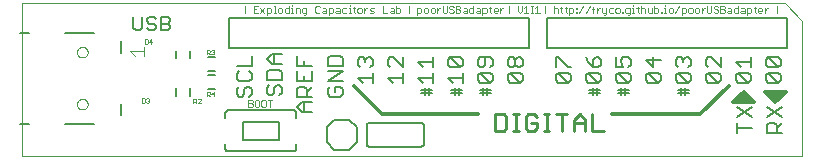
<source format=gto>
G75*
%MOIN*%
%OFA0B0*%
%FSLAX25Y25*%
%IPPOS*%
%LPD*%
%AMOC8*
5,1,8,0,0,1.08239X$1,22.5*
%
%ADD10C,0.00000*%
%ADD11C,0.01200*%
%ADD12C,0.01000*%
%ADD13C,0.00600*%
%ADD14C,0.00700*%
%ADD15C,0.00300*%
%ADD16C,0.00100*%
%ADD17C,0.00500*%
%ADD18C,0.00400*%
%ADD19C,0.00800*%
%ADD20C,0.00200*%
D10*
X0004478Y0001500D02*
X0004478Y0052511D01*
X0258478Y0052500D01*
X0258589Y0052411D01*
X0264479Y0046511D01*
X0264479Y0001500D01*
X0004478Y0001500D01*
X0022706Y0018839D02*
X0022708Y0018923D01*
X0022714Y0019006D01*
X0022724Y0019089D01*
X0022738Y0019172D01*
X0022755Y0019254D01*
X0022777Y0019335D01*
X0022802Y0019414D01*
X0022831Y0019493D01*
X0022864Y0019570D01*
X0022900Y0019645D01*
X0022940Y0019719D01*
X0022983Y0019791D01*
X0023030Y0019860D01*
X0023080Y0019927D01*
X0023133Y0019992D01*
X0023189Y0020054D01*
X0023247Y0020114D01*
X0023309Y0020171D01*
X0023373Y0020224D01*
X0023440Y0020275D01*
X0023509Y0020322D01*
X0023580Y0020367D01*
X0023653Y0020407D01*
X0023728Y0020444D01*
X0023805Y0020478D01*
X0023883Y0020508D01*
X0023962Y0020534D01*
X0024043Y0020557D01*
X0024125Y0020575D01*
X0024207Y0020590D01*
X0024290Y0020601D01*
X0024373Y0020608D01*
X0024457Y0020611D01*
X0024541Y0020610D01*
X0024624Y0020605D01*
X0024708Y0020596D01*
X0024790Y0020583D01*
X0024872Y0020567D01*
X0024953Y0020546D01*
X0025034Y0020522D01*
X0025112Y0020494D01*
X0025190Y0020462D01*
X0025266Y0020426D01*
X0025340Y0020387D01*
X0025412Y0020345D01*
X0025482Y0020299D01*
X0025550Y0020250D01*
X0025615Y0020198D01*
X0025678Y0020143D01*
X0025738Y0020085D01*
X0025796Y0020024D01*
X0025850Y0019960D01*
X0025902Y0019894D01*
X0025950Y0019826D01*
X0025995Y0019755D01*
X0026036Y0019682D01*
X0026075Y0019608D01*
X0026109Y0019532D01*
X0026140Y0019454D01*
X0026167Y0019375D01*
X0026191Y0019294D01*
X0026210Y0019213D01*
X0026226Y0019131D01*
X0026238Y0019048D01*
X0026246Y0018964D01*
X0026250Y0018881D01*
X0026250Y0018797D01*
X0026246Y0018714D01*
X0026238Y0018630D01*
X0026226Y0018547D01*
X0026210Y0018465D01*
X0026191Y0018384D01*
X0026167Y0018303D01*
X0026140Y0018224D01*
X0026109Y0018146D01*
X0026075Y0018070D01*
X0026036Y0017996D01*
X0025995Y0017923D01*
X0025950Y0017852D01*
X0025902Y0017784D01*
X0025850Y0017718D01*
X0025796Y0017654D01*
X0025738Y0017593D01*
X0025678Y0017535D01*
X0025615Y0017480D01*
X0025550Y0017428D01*
X0025482Y0017379D01*
X0025412Y0017333D01*
X0025340Y0017291D01*
X0025266Y0017252D01*
X0025190Y0017216D01*
X0025112Y0017184D01*
X0025034Y0017156D01*
X0024953Y0017132D01*
X0024872Y0017111D01*
X0024790Y0017095D01*
X0024708Y0017082D01*
X0024624Y0017073D01*
X0024541Y0017068D01*
X0024457Y0017067D01*
X0024373Y0017070D01*
X0024290Y0017077D01*
X0024207Y0017088D01*
X0024125Y0017103D01*
X0024043Y0017121D01*
X0023962Y0017144D01*
X0023883Y0017170D01*
X0023805Y0017200D01*
X0023728Y0017234D01*
X0023653Y0017271D01*
X0023580Y0017311D01*
X0023509Y0017356D01*
X0023440Y0017403D01*
X0023373Y0017454D01*
X0023309Y0017507D01*
X0023247Y0017564D01*
X0023189Y0017624D01*
X0023133Y0017686D01*
X0023080Y0017751D01*
X0023030Y0017818D01*
X0022983Y0017887D01*
X0022940Y0017959D01*
X0022900Y0018033D01*
X0022864Y0018108D01*
X0022831Y0018185D01*
X0022802Y0018264D01*
X0022777Y0018343D01*
X0022755Y0018424D01*
X0022738Y0018506D01*
X0022724Y0018589D01*
X0022714Y0018672D01*
X0022708Y0018755D01*
X0022706Y0018839D01*
X0022706Y0036161D02*
X0022708Y0036245D01*
X0022714Y0036328D01*
X0022724Y0036411D01*
X0022738Y0036494D01*
X0022755Y0036576D01*
X0022777Y0036657D01*
X0022802Y0036736D01*
X0022831Y0036815D01*
X0022864Y0036892D01*
X0022900Y0036967D01*
X0022940Y0037041D01*
X0022983Y0037113D01*
X0023030Y0037182D01*
X0023080Y0037249D01*
X0023133Y0037314D01*
X0023189Y0037376D01*
X0023247Y0037436D01*
X0023309Y0037493D01*
X0023373Y0037546D01*
X0023440Y0037597D01*
X0023509Y0037644D01*
X0023580Y0037689D01*
X0023653Y0037729D01*
X0023728Y0037766D01*
X0023805Y0037800D01*
X0023883Y0037830D01*
X0023962Y0037856D01*
X0024043Y0037879D01*
X0024125Y0037897D01*
X0024207Y0037912D01*
X0024290Y0037923D01*
X0024373Y0037930D01*
X0024457Y0037933D01*
X0024541Y0037932D01*
X0024624Y0037927D01*
X0024708Y0037918D01*
X0024790Y0037905D01*
X0024872Y0037889D01*
X0024953Y0037868D01*
X0025034Y0037844D01*
X0025112Y0037816D01*
X0025190Y0037784D01*
X0025266Y0037748D01*
X0025340Y0037709D01*
X0025412Y0037667D01*
X0025482Y0037621D01*
X0025550Y0037572D01*
X0025615Y0037520D01*
X0025678Y0037465D01*
X0025738Y0037407D01*
X0025796Y0037346D01*
X0025850Y0037282D01*
X0025902Y0037216D01*
X0025950Y0037148D01*
X0025995Y0037077D01*
X0026036Y0037004D01*
X0026075Y0036930D01*
X0026109Y0036854D01*
X0026140Y0036776D01*
X0026167Y0036697D01*
X0026191Y0036616D01*
X0026210Y0036535D01*
X0026226Y0036453D01*
X0026238Y0036370D01*
X0026246Y0036286D01*
X0026250Y0036203D01*
X0026250Y0036119D01*
X0026246Y0036036D01*
X0026238Y0035952D01*
X0026226Y0035869D01*
X0026210Y0035787D01*
X0026191Y0035706D01*
X0026167Y0035625D01*
X0026140Y0035546D01*
X0026109Y0035468D01*
X0026075Y0035392D01*
X0026036Y0035318D01*
X0025995Y0035245D01*
X0025950Y0035174D01*
X0025902Y0035106D01*
X0025850Y0035040D01*
X0025796Y0034976D01*
X0025738Y0034915D01*
X0025678Y0034857D01*
X0025615Y0034802D01*
X0025550Y0034750D01*
X0025482Y0034701D01*
X0025412Y0034655D01*
X0025340Y0034613D01*
X0025266Y0034574D01*
X0025190Y0034538D01*
X0025112Y0034506D01*
X0025034Y0034478D01*
X0024953Y0034454D01*
X0024872Y0034433D01*
X0024790Y0034417D01*
X0024708Y0034404D01*
X0024624Y0034395D01*
X0024541Y0034390D01*
X0024457Y0034389D01*
X0024373Y0034392D01*
X0024290Y0034399D01*
X0024207Y0034410D01*
X0024125Y0034425D01*
X0024043Y0034443D01*
X0023962Y0034466D01*
X0023883Y0034492D01*
X0023805Y0034522D01*
X0023728Y0034556D01*
X0023653Y0034593D01*
X0023580Y0034633D01*
X0023509Y0034678D01*
X0023440Y0034725D01*
X0023373Y0034776D01*
X0023309Y0034829D01*
X0023247Y0034886D01*
X0023189Y0034946D01*
X0023133Y0035008D01*
X0023080Y0035073D01*
X0023030Y0035140D01*
X0022983Y0035209D01*
X0022940Y0035281D01*
X0022900Y0035355D01*
X0022864Y0035430D01*
X0022831Y0035507D01*
X0022802Y0035586D01*
X0022777Y0035665D01*
X0022755Y0035746D01*
X0022738Y0035828D01*
X0022724Y0035911D01*
X0022714Y0035994D01*
X0022708Y0036077D01*
X0022706Y0036161D01*
D11*
X0114978Y0025000D02*
X0124478Y0015500D01*
X0156478Y0015500D01*
X0200978Y0015500D02*
X0230478Y0015500D01*
X0239978Y0025000D01*
X0244978Y0023000D02*
X0241478Y0019500D01*
X0248478Y0019500D01*
X0244978Y0023000D01*
X0244978Y0022000D02*
X0246978Y0020000D01*
X0243978Y0020000D01*
X0245478Y0021000D01*
X0244978Y0022000D02*
X0242978Y0020000D01*
X0253478Y0022500D02*
X0257478Y0022500D01*
X0255478Y0020500D01*
X0253978Y0022000D01*
X0255978Y0022000D01*
X0255478Y0021500D02*
X0255478Y0021000D01*
X0255478Y0019500D02*
X0258978Y0023000D01*
X0251978Y0023000D01*
X0255478Y0019500D01*
D12*
X0198270Y0009859D02*
X0194533Y0009859D01*
X0194533Y0015464D01*
X0192193Y0013596D02*
X0190324Y0015464D01*
X0188456Y0013596D01*
X0188456Y0009859D01*
X0184247Y0009859D02*
X0184247Y0015464D01*
X0182379Y0015464D02*
X0186115Y0015464D01*
X0180196Y0015464D02*
X0178327Y0015464D01*
X0179262Y0015464D02*
X0179262Y0009859D01*
X0180196Y0009859D02*
X0178327Y0009859D01*
X0175987Y0010793D02*
X0175987Y0012661D01*
X0174119Y0012661D01*
X0172250Y0010793D02*
X0172250Y0014530D01*
X0173184Y0015464D01*
X0175053Y0015464D01*
X0175987Y0014530D01*
X0170067Y0015464D02*
X0168199Y0015464D01*
X0169133Y0015464D02*
X0169133Y0009859D01*
X0168199Y0009859D02*
X0170067Y0009859D01*
X0172250Y0010793D02*
X0173184Y0009859D01*
X0175053Y0009859D01*
X0175987Y0010793D01*
X0165858Y0010793D02*
X0164924Y0009859D01*
X0162122Y0009859D01*
X0162122Y0015464D01*
X0164924Y0015464D01*
X0165858Y0014530D01*
X0165858Y0010793D01*
X0188456Y0012661D02*
X0192193Y0012661D01*
X0192193Y0013596D02*
X0192193Y0009859D01*
D13*
X0242657Y0009348D02*
X0242657Y0012684D01*
X0242657Y0011016D02*
X0247661Y0011016D01*
X0252674Y0011802D02*
X0253508Y0012636D01*
X0255176Y0012636D01*
X0256010Y0011802D01*
X0256010Y0009300D01*
X0257678Y0009300D02*
X0252674Y0009300D01*
X0252674Y0011802D01*
X0256010Y0010968D02*
X0257678Y0012636D01*
X0257678Y0014456D02*
X0252674Y0017793D01*
X0247661Y0017841D02*
X0242657Y0014504D01*
X0242657Y0017841D02*
X0247661Y0014504D01*
X0252674Y0014456D02*
X0257678Y0017793D01*
X0226678Y0022434D02*
X0222875Y0022434D01*
X0224143Y0021800D02*
X0224143Y0023702D01*
X0224143Y0024335D01*
X0225411Y0024335D02*
X0225411Y0021800D01*
X0226678Y0023702D02*
X0222875Y0023702D01*
X0206678Y0023702D02*
X0202875Y0023702D01*
X0204143Y0023702D02*
X0204143Y0024335D01*
X0205411Y0024335D02*
X0205411Y0021800D01*
X0204143Y0021800D02*
X0204143Y0023702D01*
X0202875Y0022434D02*
X0206678Y0022434D01*
X0197178Y0022434D02*
X0193375Y0022434D01*
X0194643Y0021800D02*
X0194643Y0023702D01*
X0194643Y0024335D01*
X0195911Y0024335D02*
X0195911Y0021800D01*
X0197178Y0023702D02*
X0193375Y0023702D01*
X0160678Y0023702D02*
X0156875Y0023702D01*
X0158143Y0023702D02*
X0158143Y0024335D01*
X0159411Y0024335D02*
X0159411Y0021800D01*
X0158143Y0021800D02*
X0158143Y0023702D01*
X0156875Y0022434D02*
X0160678Y0022434D01*
X0151178Y0022434D02*
X0147375Y0022434D01*
X0148643Y0021800D02*
X0148643Y0023702D01*
X0148643Y0024335D01*
X0149911Y0024335D02*
X0149911Y0021800D01*
X0151178Y0023702D02*
X0147375Y0023702D01*
X0141178Y0023702D02*
X0137375Y0023702D01*
X0138643Y0023702D02*
X0138643Y0024335D01*
X0139911Y0024335D02*
X0139911Y0021800D01*
X0138643Y0021800D02*
X0138643Y0023702D01*
X0137375Y0022434D02*
X0141178Y0022434D01*
X0111353Y0022117D02*
X0110519Y0021283D01*
X0107183Y0021283D01*
X0106349Y0022117D01*
X0106349Y0023785D01*
X0107183Y0024619D01*
X0108851Y0024619D02*
X0108851Y0022951D01*
X0110519Y0024619D02*
X0111353Y0023785D01*
X0111353Y0022117D01*
X0100896Y0021383D02*
X0095891Y0021383D01*
X0095891Y0023885D01*
X0096725Y0024719D01*
X0098394Y0024719D01*
X0099228Y0023885D01*
X0099228Y0021383D01*
X0099228Y0023051D02*
X0100896Y0024719D01*
X0106349Y0026439D02*
X0111353Y0029775D01*
X0106349Y0029775D01*
X0100896Y0029875D02*
X0100896Y0026539D01*
X0095891Y0026539D01*
X0095891Y0029875D01*
X0090896Y0029541D02*
X0090062Y0030375D01*
X0086725Y0030375D01*
X0085891Y0029541D01*
X0085891Y0027039D01*
X0090896Y0027039D01*
X0090896Y0029541D01*
X0098394Y0028207D02*
X0098394Y0026539D01*
X0090896Y0024385D02*
X0090062Y0025219D01*
X0089228Y0025219D01*
X0088394Y0024385D01*
X0088394Y0022717D01*
X0087559Y0021883D01*
X0086725Y0021883D01*
X0085891Y0022717D01*
X0085891Y0024385D01*
X0086725Y0025219D01*
X0090896Y0024385D02*
X0090896Y0022717D01*
X0090062Y0021883D01*
X0080896Y0022217D02*
X0080062Y0021383D01*
X0078394Y0022217D02*
X0077559Y0021383D01*
X0076725Y0021383D01*
X0075891Y0022217D01*
X0075891Y0023885D01*
X0076725Y0024719D01*
X0078394Y0023885D02*
X0079228Y0024719D01*
X0080062Y0024719D01*
X0080896Y0023885D01*
X0080896Y0022217D01*
X0078394Y0022217D02*
X0078394Y0023885D01*
X0068659Y0023838D02*
X0066297Y0023838D01*
X0060341Y0024081D02*
X0060341Y0021719D01*
X0055616Y0021719D02*
X0055616Y0024081D01*
X0066297Y0028562D02*
X0068659Y0028562D01*
X0068659Y0029738D02*
X0066297Y0029738D01*
X0075891Y0029041D02*
X0075891Y0027373D01*
X0076725Y0026539D01*
X0080062Y0026539D01*
X0080896Y0027373D01*
X0080896Y0029041D01*
X0080062Y0029875D01*
X0076725Y0029875D02*
X0075891Y0029041D01*
X0075891Y0031696D02*
X0080896Y0031696D01*
X0080896Y0035032D01*
X0085891Y0033864D02*
X0087559Y0035532D01*
X0090896Y0035532D01*
X0088394Y0035532D02*
X0088394Y0032196D01*
X0087559Y0032196D02*
X0085891Y0033864D01*
X0087559Y0032196D02*
X0090896Y0032196D01*
X0095891Y0031696D02*
X0095891Y0035032D01*
X0098394Y0033364D02*
X0098394Y0031696D01*
X0100896Y0031696D02*
X0095891Y0031696D01*
X0106349Y0031596D02*
X0106349Y0034098D01*
X0107183Y0034932D01*
X0110519Y0034932D01*
X0111353Y0034098D01*
X0111353Y0031596D01*
X0106349Y0031596D01*
X0106349Y0026439D02*
X0111353Y0026439D01*
X0110519Y0024619D02*
X0108851Y0024619D01*
X0100896Y0019563D02*
X0097559Y0019563D01*
X0095891Y0017894D01*
X0097559Y0016226D01*
X0100896Y0016226D01*
X0098394Y0016226D02*
X0098394Y0019563D01*
X0105978Y0011100D02*
X0108478Y0013600D01*
X0113478Y0013600D01*
X0115978Y0011100D01*
X0115978Y0006100D01*
X0113478Y0003600D01*
X0108478Y0003600D01*
X0105978Y0006100D01*
X0105978Y0011100D01*
X0119278Y0011700D02*
X0119278Y0005700D01*
X0119280Y0005640D01*
X0119285Y0005579D01*
X0119294Y0005520D01*
X0119307Y0005461D01*
X0119323Y0005402D01*
X0119343Y0005345D01*
X0119366Y0005290D01*
X0119393Y0005235D01*
X0119422Y0005183D01*
X0119455Y0005132D01*
X0119491Y0005083D01*
X0119529Y0005037D01*
X0119571Y0004993D01*
X0119615Y0004951D01*
X0119661Y0004913D01*
X0119710Y0004877D01*
X0119761Y0004844D01*
X0119813Y0004815D01*
X0119868Y0004788D01*
X0119923Y0004765D01*
X0119980Y0004745D01*
X0120039Y0004729D01*
X0120098Y0004716D01*
X0120157Y0004707D01*
X0120218Y0004702D01*
X0120278Y0004700D01*
X0137278Y0004700D01*
X0137338Y0004702D01*
X0137399Y0004707D01*
X0137458Y0004716D01*
X0137517Y0004729D01*
X0137576Y0004745D01*
X0137633Y0004765D01*
X0137688Y0004788D01*
X0137743Y0004815D01*
X0137795Y0004844D01*
X0137846Y0004877D01*
X0137895Y0004913D01*
X0137941Y0004951D01*
X0137985Y0004993D01*
X0138027Y0005037D01*
X0138065Y0005083D01*
X0138101Y0005132D01*
X0138134Y0005183D01*
X0138163Y0005235D01*
X0138190Y0005290D01*
X0138213Y0005345D01*
X0138233Y0005402D01*
X0138249Y0005461D01*
X0138262Y0005520D01*
X0138271Y0005579D01*
X0138276Y0005640D01*
X0138278Y0005700D01*
X0138278Y0011700D01*
X0138276Y0011760D01*
X0138271Y0011821D01*
X0138262Y0011880D01*
X0138249Y0011939D01*
X0138233Y0011998D01*
X0138213Y0012055D01*
X0138190Y0012110D01*
X0138163Y0012165D01*
X0138134Y0012217D01*
X0138101Y0012268D01*
X0138065Y0012317D01*
X0138027Y0012363D01*
X0137985Y0012407D01*
X0137941Y0012449D01*
X0137895Y0012487D01*
X0137846Y0012523D01*
X0137795Y0012556D01*
X0137743Y0012585D01*
X0137688Y0012612D01*
X0137633Y0012635D01*
X0137576Y0012655D01*
X0137517Y0012671D01*
X0137458Y0012684D01*
X0137399Y0012693D01*
X0137338Y0012698D01*
X0137278Y0012700D01*
X0120278Y0012700D01*
X0120218Y0012698D01*
X0120157Y0012693D01*
X0120098Y0012684D01*
X0120039Y0012671D01*
X0119980Y0012655D01*
X0119923Y0012635D01*
X0119868Y0012612D01*
X0119813Y0012585D01*
X0119761Y0012556D01*
X0119710Y0012523D01*
X0119661Y0012487D01*
X0119615Y0012449D01*
X0119571Y0012407D01*
X0119529Y0012363D01*
X0119491Y0012317D01*
X0119455Y0012268D01*
X0119422Y0012217D01*
X0119393Y0012165D01*
X0119366Y0012110D01*
X0119343Y0012055D01*
X0119323Y0011998D01*
X0119307Y0011939D01*
X0119294Y0011880D01*
X0119285Y0011821D01*
X0119280Y0011760D01*
X0119278Y0011700D01*
X0068659Y0034462D02*
X0066297Y0034462D01*
X0060341Y0034219D02*
X0060341Y0036581D01*
X0055616Y0036581D02*
X0055616Y0034219D01*
D14*
X0116324Y0033646D02*
X0116324Y0032011D01*
X0117142Y0031194D01*
X0120411Y0031194D02*
X0121228Y0032011D01*
X0121228Y0033646D01*
X0120411Y0034463D01*
X0119594Y0034463D01*
X0118776Y0033646D01*
X0118776Y0032828D01*
X0118776Y0033646D02*
X0117959Y0034463D01*
X0117142Y0034463D01*
X0116324Y0033646D01*
X0126324Y0033646D02*
X0126324Y0032011D01*
X0127142Y0031194D01*
X0127959Y0034463D02*
X0131228Y0031194D01*
X0131228Y0034463D01*
X0127959Y0034463D02*
X0127142Y0034463D01*
X0126324Y0033646D01*
X0136324Y0032828D02*
X0141228Y0032828D01*
X0137959Y0031194D02*
X0136324Y0032828D01*
X0141228Y0031194D02*
X0141228Y0034463D01*
X0146324Y0033646D02*
X0147142Y0034463D01*
X0150411Y0031194D01*
X0151228Y0032011D01*
X0151228Y0033646D01*
X0150411Y0034463D01*
X0147142Y0034463D01*
X0146324Y0033646D02*
X0146324Y0032011D01*
X0147142Y0031194D01*
X0150411Y0031194D01*
X0156324Y0032011D02*
X0157142Y0031194D01*
X0157959Y0031194D01*
X0158776Y0032011D01*
X0158776Y0034463D01*
X0157142Y0034463D02*
X0156324Y0033646D01*
X0156324Y0032011D01*
X0160411Y0031194D02*
X0161228Y0032011D01*
X0161228Y0033646D01*
X0160411Y0034463D01*
X0157142Y0034463D01*
X0166324Y0033646D02*
X0167142Y0034463D01*
X0167959Y0034463D01*
X0168776Y0033646D01*
X0168776Y0032011D01*
X0167959Y0031194D01*
X0167142Y0031194D01*
X0166324Y0032011D01*
X0166324Y0033646D01*
X0168776Y0033646D02*
X0169594Y0034463D01*
X0170411Y0034463D01*
X0171228Y0033646D01*
X0171228Y0032011D01*
X0170411Y0031194D01*
X0169594Y0031194D01*
X0168776Y0032011D01*
X0167142Y0029307D02*
X0170411Y0026037D01*
X0171228Y0026855D01*
X0171228Y0028489D01*
X0170411Y0029307D01*
X0167142Y0029307D01*
X0166324Y0028489D01*
X0166324Y0026855D01*
X0167142Y0026037D01*
X0170411Y0026037D01*
X0161228Y0026855D02*
X0161228Y0028489D01*
X0160411Y0029307D01*
X0157142Y0029307D01*
X0160411Y0026037D01*
X0161228Y0026855D01*
X0160411Y0026037D02*
X0157142Y0026037D01*
X0156324Y0026855D01*
X0156324Y0028489D01*
X0157142Y0029307D01*
X0151228Y0029307D02*
X0151228Y0026037D01*
X0147959Y0026037D02*
X0146324Y0027672D01*
X0151228Y0027672D01*
X0141228Y0027672D02*
X0136324Y0027672D01*
X0137959Y0026037D01*
X0141228Y0026037D02*
X0141228Y0029307D01*
X0131228Y0029307D02*
X0131228Y0026037D01*
X0127959Y0026037D02*
X0126324Y0027672D01*
X0131228Y0027672D01*
X0121228Y0027672D02*
X0116324Y0027672D01*
X0117959Y0026037D01*
X0121228Y0026037D02*
X0121228Y0029307D01*
X0182324Y0028489D02*
X0182324Y0026855D01*
X0183142Y0026037D01*
X0186411Y0026037D01*
X0183142Y0029307D01*
X0186411Y0029307D01*
X0187228Y0028489D01*
X0187228Y0026855D01*
X0186411Y0026037D01*
X0192324Y0026855D02*
X0193142Y0026037D01*
X0196411Y0026037D01*
X0193142Y0029307D01*
X0196411Y0029307D01*
X0197228Y0028489D01*
X0197228Y0026855D01*
X0196411Y0026037D01*
X0192324Y0026855D02*
X0192324Y0028489D01*
X0193142Y0029307D01*
X0194776Y0031194D02*
X0194776Y0033646D01*
X0195594Y0034463D01*
X0196411Y0034463D01*
X0197228Y0033646D01*
X0197228Y0032011D01*
X0196411Y0031194D01*
X0194776Y0031194D01*
X0193142Y0032828D01*
X0192324Y0034463D01*
X0186411Y0031194D02*
X0183142Y0034463D01*
X0182324Y0034463D01*
X0182324Y0031194D01*
X0186411Y0031194D02*
X0187228Y0031194D01*
X0183142Y0029307D02*
X0182324Y0028489D01*
X0202324Y0028489D02*
X0202324Y0026855D01*
X0203142Y0026037D01*
X0206411Y0026037D01*
X0203142Y0029307D01*
X0206411Y0029307D01*
X0207228Y0028489D01*
X0207228Y0026855D01*
X0206411Y0026037D01*
X0212324Y0026855D02*
X0212324Y0028489D01*
X0213142Y0029307D01*
X0216411Y0026037D01*
X0217228Y0026855D01*
X0217228Y0028489D01*
X0216411Y0029307D01*
X0213142Y0029307D01*
X0214776Y0031194D02*
X0214776Y0034463D01*
X0212324Y0033646D02*
X0214776Y0031194D01*
X0207228Y0032011D02*
X0206411Y0031194D01*
X0204776Y0031194D02*
X0203959Y0032828D01*
X0203959Y0033646D01*
X0204776Y0034463D01*
X0206411Y0034463D01*
X0207228Y0033646D01*
X0207228Y0032011D01*
X0204776Y0031194D02*
X0202324Y0031194D01*
X0202324Y0034463D01*
X0212324Y0033646D02*
X0217228Y0033646D01*
X0222324Y0033646D02*
X0223142Y0034463D01*
X0223959Y0034463D01*
X0224776Y0033646D01*
X0225594Y0034463D01*
X0226411Y0034463D01*
X0227228Y0033646D01*
X0227228Y0032011D01*
X0226411Y0031194D01*
X0223142Y0031194D02*
X0222324Y0032011D01*
X0222324Y0033646D01*
X0224776Y0033646D02*
X0224776Y0032828D01*
X0232324Y0032011D02*
X0233142Y0031194D01*
X0232324Y0032011D02*
X0232324Y0033646D01*
X0233142Y0034463D01*
X0233959Y0034463D01*
X0237228Y0031194D01*
X0237228Y0034463D01*
X0242324Y0032828D02*
X0247228Y0032828D01*
X0243959Y0031194D02*
X0242324Y0032828D01*
X0247228Y0031194D02*
X0247228Y0034463D01*
X0252324Y0033646D02*
X0253142Y0034463D01*
X0256411Y0031194D01*
X0257228Y0032011D01*
X0257228Y0033646D01*
X0256411Y0034463D01*
X0253142Y0034463D01*
X0252324Y0033646D02*
X0252324Y0032011D01*
X0253142Y0031194D01*
X0256411Y0031194D01*
X0256411Y0029307D02*
X0253142Y0029307D01*
X0256411Y0026037D01*
X0257228Y0026855D01*
X0257228Y0028489D01*
X0256411Y0029307D01*
X0253142Y0029307D02*
X0252324Y0028489D01*
X0252324Y0026855D01*
X0253142Y0026037D01*
X0256411Y0026037D01*
X0247228Y0026855D02*
X0247228Y0028489D01*
X0246411Y0029307D01*
X0243142Y0029307D01*
X0246411Y0026037D01*
X0247228Y0026855D01*
X0246411Y0026037D02*
X0243142Y0026037D01*
X0242324Y0026855D01*
X0242324Y0028489D01*
X0243142Y0029307D01*
X0237228Y0028489D02*
X0237228Y0026855D01*
X0236411Y0026037D01*
X0233142Y0029307D01*
X0236411Y0029307D01*
X0237228Y0028489D01*
X0233142Y0029307D02*
X0232324Y0028489D01*
X0232324Y0026855D01*
X0233142Y0026037D01*
X0236411Y0026037D01*
X0227228Y0026855D02*
X0226411Y0026037D01*
X0223142Y0029307D01*
X0226411Y0029307D01*
X0227228Y0028489D01*
X0227228Y0026855D01*
X0226411Y0026037D02*
X0223142Y0026037D01*
X0222324Y0026855D01*
X0222324Y0028489D01*
X0223142Y0029307D01*
X0213142Y0026037D02*
X0212324Y0026855D01*
X0213142Y0026037D02*
X0216411Y0026037D01*
X0203142Y0029307D02*
X0202324Y0028489D01*
D15*
X0198832Y0048649D02*
X0198481Y0048649D01*
X0198832Y0048649D02*
X0199182Y0049000D01*
X0199182Y0050751D01*
X0199991Y0050401D02*
X0199991Y0049700D01*
X0200341Y0049350D01*
X0201392Y0049350D01*
X0202200Y0049700D02*
X0202551Y0049350D01*
X0203251Y0049350D01*
X0203602Y0049700D01*
X0203602Y0050401D01*
X0203251Y0050751D01*
X0202551Y0050751D01*
X0202200Y0050401D01*
X0202200Y0049700D01*
X0201392Y0050751D02*
X0200341Y0050751D01*
X0199991Y0050401D01*
X0198131Y0049350D02*
X0197781Y0049700D01*
X0197781Y0050751D01*
X0196990Y0050751D02*
X0196640Y0050751D01*
X0195939Y0050051D01*
X0195939Y0050751D02*
X0195939Y0049350D01*
X0194816Y0049350D02*
X0194816Y0051101D01*
X0195166Y0051452D01*
X0193657Y0051452D02*
X0192256Y0049350D01*
X0190046Y0049350D02*
X0191447Y0051452D01*
X0189291Y0050751D02*
X0189291Y0050401D01*
X0188941Y0050401D01*
X0188941Y0050751D01*
X0189291Y0050751D01*
X0189291Y0049700D02*
X0189291Y0049350D01*
X0188941Y0049350D01*
X0188941Y0049700D01*
X0189291Y0049700D01*
X0188132Y0049700D02*
X0187782Y0049350D01*
X0186731Y0049350D01*
X0186731Y0048649D02*
X0186731Y0050751D01*
X0187782Y0050751D01*
X0188132Y0050401D01*
X0188132Y0049700D01*
X0185959Y0049350D02*
X0185608Y0049700D01*
X0185608Y0051101D01*
X0185258Y0050751D02*
X0185959Y0050751D01*
X0184485Y0050751D02*
X0183785Y0050751D01*
X0184135Y0051101D02*
X0184135Y0049700D01*
X0184485Y0049350D01*
X0182976Y0049350D02*
X0182976Y0050401D01*
X0182626Y0050751D01*
X0181925Y0050751D01*
X0181575Y0050401D01*
X0181575Y0051452D02*
X0181575Y0049350D01*
X0178628Y0049350D02*
X0178628Y0051452D01*
X0176168Y0051452D02*
X0176168Y0049350D01*
X0175468Y0049350D02*
X0176869Y0049350D01*
X0174695Y0049350D02*
X0173995Y0049350D01*
X0174345Y0049350D02*
X0174345Y0051452D01*
X0173995Y0051452D02*
X0174695Y0051452D01*
X0175468Y0050751D02*
X0176168Y0051452D01*
X0172485Y0051452D02*
X0171785Y0050751D01*
X0170976Y0050051D02*
X0170976Y0051452D01*
X0169575Y0051452D02*
X0169575Y0050051D01*
X0170275Y0049350D01*
X0170976Y0050051D01*
X0171785Y0049350D02*
X0173186Y0049350D01*
X0172485Y0049350D02*
X0172485Y0051452D01*
X0166628Y0051452D02*
X0166628Y0049350D01*
X0164452Y0050751D02*
X0163752Y0050051D01*
X0163752Y0050751D02*
X0163752Y0049350D01*
X0162943Y0050051D02*
X0161542Y0050051D01*
X0161542Y0050401D02*
X0161542Y0049700D01*
X0161892Y0049350D01*
X0162593Y0049350D01*
X0162943Y0050051D02*
X0162943Y0050401D01*
X0162593Y0050751D01*
X0161892Y0050751D01*
X0161542Y0050401D01*
X0160769Y0050751D02*
X0160069Y0050751D01*
X0160419Y0051101D02*
X0160419Y0049700D01*
X0160769Y0049350D01*
X0159260Y0049700D02*
X0158910Y0049350D01*
X0157859Y0049350D01*
X0157859Y0048649D02*
X0157859Y0050751D01*
X0158910Y0050751D01*
X0159260Y0050401D01*
X0159260Y0049700D01*
X0157050Y0049350D02*
X0155999Y0049350D01*
X0155649Y0049700D01*
X0155999Y0050051D01*
X0157050Y0050051D01*
X0157050Y0050401D02*
X0156700Y0050751D01*
X0155999Y0050751D01*
X0157050Y0050401D02*
X0157050Y0049350D01*
X0154840Y0049350D02*
X0153789Y0049350D01*
X0153439Y0049700D01*
X0153439Y0050401D01*
X0153789Y0050751D01*
X0154840Y0050751D01*
X0152630Y0050401D02*
X0152630Y0049350D01*
X0151579Y0049350D01*
X0151229Y0049700D01*
X0151579Y0050051D01*
X0152630Y0050051D01*
X0152630Y0050401D02*
X0152280Y0050751D01*
X0151579Y0050751D01*
X0150421Y0050751D02*
X0150070Y0050401D01*
X0149019Y0050401D01*
X0148211Y0050051D02*
X0148211Y0049700D01*
X0147860Y0049350D01*
X0147160Y0049350D01*
X0146809Y0049700D01*
X0147160Y0050401D02*
X0147860Y0050401D01*
X0148211Y0050051D01*
X0149019Y0049350D02*
X0150070Y0049350D01*
X0150421Y0049700D01*
X0150421Y0050051D01*
X0150070Y0050401D01*
X0150421Y0050751D02*
X0150421Y0051101D01*
X0150070Y0051452D01*
X0149019Y0051452D01*
X0149019Y0049350D01*
X0147160Y0050401D02*
X0146809Y0050751D01*
X0146809Y0051101D01*
X0147160Y0051452D01*
X0147860Y0051452D01*
X0148211Y0051101D01*
X0146001Y0051452D02*
X0146001Y0049700D01*
X0145650Y0049350D01*
X0144950Y0049350D01*
X0144600Y0049700D01*
X0144600Y0051452D01*
X0143809Y0050751D02*
X0143459Y0050751D01*
X0142758Y0050051D01*
X0142758Y0050751D02*
X0142758Y0049350D01*
X0141949Y0049700D02*
X0141599Y0049350D01*
X0140898Y0049350D01*
X0140548Y0049700D01*
X0140548Y0050401D01*
X0140898Y0050751D01*
X0141599Y0050751D01*
X0141949Y0050401D01*
X0141949Y0049700D01*
X0139739Y0049700D02*
X0139389Y0049350D01*
X0138689Y0049350D01*
X0138338Y0049700D01*
X0138338Y0050401D01*
X0138689Y0050751D01*
X0139389Y0050751D01*
X0139739Y0050401D01*
X0139739Y0049700D01*
X0137530Y0049700D02*
X0137179Y0049350D01*
X0136128Y0049350D01*
X0136128Y0048649D02*
X0136128Y0050751D01*
X0137179Y0050751D01*
X0137530Y0050401D01*
X0137530Y0049700D01*
X0133507Y0049350D02*
X0133507Y0051452D01*
X0130488Y0050401D02*
X0130138Y0050751D01*
X0129087Y0050751D01*
X0128279Y0050401D02*
X0128279Y0049350D01*
X0127228Y0049350D01*
X0126877Y0049700D01*
X0127228Y0050051D01*
X0128279Y0050051D01*
X0128279Y0050401D02*
X0127928Y0050751D01*
X0127228Y0050751D01*
X0126069Y0049350D02*
X0124668Y0049350D01*
X0124668Y0051452D01*
X0121649Y0050751D02*
X0120598Y0050751D01*
X0120248Y0050401D01*
X0120598Y0050051D01*
X0121299Y0050051D01*
X0121649Y0049700D01*
X0121299Y0049350D01*
X0120248Y0049350D01*
X0119107Y0050751D02*
X0118406Y0050051D01*
X0118406Y0050751D02*
X0118406Y0049350D01*
X0117597Y0049700D02*
X0117247Y0049350D01*
X0116547Y0049350D01*
X0116196Y0049700D01*
X0116196Y0050401D01*
X0116547Y0050751D01*
X0117247Y0050751D01*
X0117597Y0050401D01*
X0117597Y0049700D01*
X0119107Y0050751D02*
X0119457Y0050751D01*
X0115424Y0050751D02*
X0114723Y0050751D01*
X0115073Y0051101D02*
X0115073Y0049700D01*
X0115424Y0049350D01*
X0113950Y0049350D02*
X0113250Y0049350D01*
X0113600Y0049350D02*
X0113600Y0050751D01*
X0113250Y0050751D01*
X0112441Y0050751D02*
X0111390Y0050751D01*
X0111040Y0050401D01*
X0111040Y0049700D01*
X0111390Y0049350D01*
X0112441Y0049350D01*
X0110231Y0049350D02*
X0109180Y0049350D01*
X0108830Y0049700D01*
X0109180Y0050051D01*
X0110231Y0050051D01*
X0110231Y0050401D02*
X0110231Y0049350D01*
X0108021Y0049700D02*
X0107671Y0049350D01*
X0106620Y0049350D01*
X0106620Y0048649D02*
X0106620Y0050751D01*
X0107671Y0050751D01*
X0108021Y0050401D01*
X0108021Y0049700D01*
X0109180Y0050751D02*
X0109881Y0050751D01*
X0110231Y0050401D01*
X0113600Y0051452D02*
X0113600Y0051802D01*
X0105811Y0050401D02*
X0105811Y0049350D01*
X0104761Y0049350D01*
X0104410Y0049700D01*
X0104761Y0050051D01*
X0105811Y0050051D01*
X0105811Y0050401D02*
X0105461Y0050751D01*
X0104761Y0050751D01*
X0103602Y0051101D02*
X0103251Y0051452D01*
X0102551Y0051452D01*
X0102200Y0051101D01*
X0102200Y0049700D01*
X0102551Y0049350D01*
X0103251Y0049350D01*
X0103602Y0049700D01*
X0099182Y0049350D02*
X0098131Y0049350D01*
X0097781Y0049700D01*
X0097781Y0050401D01*
X0098131Y0050751D01*
X0099182Y0050751D01*
X0099182Y0049000D01*
X0098832Y0048649D01*
X0098481Y0048649D01*
X0096972Y0049350D02*
X0096972Y0050401D01*
X0096622Y0050751D01*
X0095571Y0050751D01*
X0095571Y0049350D01*
X0094798Y0049350D02*
X0094098Y0049350D01*
X0094448Y0049350D02*
X0094448Y0050751D01*
X0094098Y0050751D01*
X0093289Y0050751D02*
X0092238Y0050751D01*
X0091888Y0050401D01*
X0091888Y0049700D01*
X0092238Y0049350D01*
X0093289Y0049350D01*
X0093289Y0051452D01*
X0094448Y0051452D02*
X0094448Y0051802D01*
X0091079Y0050401D02*
X0090729Y0050751D01*
X0090028Y0050751D01*
X0089678Y0050401D01*
X0089678Y0049700D01*
X0090028Y0049350D01*
X0090729Y0049350D01*
X0091079Y0049700D01*
X0091079Y0050401D01*
X0088905Y0049350D02*
X0088204Y0049350D01*
X0088555Y0049350D02*
X0088555Y0051452D01*
X0088204Y0051452D01*
X0087396Y0050401D02*
X0087396Y0049700D01*
X0087046Y0049350D01*
X0085995Y0049350D01*
X0085995Y0048649D02*
X0085995Y0050751D01*
X0087046Y0050751D01*
X0087396Y0050401D01*
X0085186Y0050751D02*
X0083785Y0049350D01*
X0082976Y0049350D02*
X0081575Y0049350D01*
X0081575Y0051452D01*
X0082976Y0051452D01*
X0083785Y0050751D02*
X0085186Y0049350D01*
X0082275Y0050401D02*
X0081575Y0050401D01*
X0078628Y0051452D02*
X0078628Y0049350D01*
X0129087Y0049350D02*
X0130138Y0049350D01*
X0130488Y0049700D01*
X0130488Y0050401D01*
X0129087Y0051452D02*
X0129087Y0049350D01*
X0154840Y0049350D02*
X0154840Y0051452D01*
X0164452Y0050751D02*
X0164803Y0050751D01*
X0194466Y0050401D02*
X0195166Y0050401D01*
X0198131Y0049350D02*
X0199182Y0049350D01*
X0204410Y0049350D02*
X0204761Y0049350D01*
X0204761Y0049700D01*
X0204410Y0049700D01*
X0204410Y0049350D01*
X0205515Y0049700D02*
X0205866Y0049350D01*
X0206916Y0049350D01*
X0206916Y0049000D02*
X0206916Y0050751D01*
X0205866Y0050751D01*
X0205515Y0050401D01*
X0205515Y0049700D01*
X0207725Y0049350D02*
X0208426Y0049350D01*
X0208075Y0049350D02*
X0208075Y0050751D01*
X0207725Y0050751D01*
X0209198Y0050751D02*
X0209899Y0050751D01*
X0209549Y0051101D02*
X0209549Y0049700D01*
X0209899Y0049350D01*
X0210672Y0049350D02*
X0210672Y0051452D01*
X0208075Y0051452D02*
X0208075Y0051802D01*
X0210672Y0050401D02*
X0211022Y0050751D01*
X0211722Y0050751D01*
X0212073Y0050401D01*
X0212073Y0049350D01*
X0212881Y0049700D02*
X0213232Y0049350D01*
X0214283Y0049350D01*
X0214283Y0050751D01*
X0215091Y0050751D02*
X0216142Y0050751D01*
X0216493Y0050401D01*
X0216493Y0049700D01*
X0216142Y0049350D01*
X0215091Y0049350D01*
X0215091Y0051452D01*
X0212881Y0050751D02*
X0212881Y0049700D01*
X0217301Y0049700D02*
X0217301Y0049350D01*
X0217652Y0049350D01*
X0217652Y0049700D01*
X0217301Y0049700D01*
X0218406Y0049350D02*
X0219107Y0049350D01*
X0218756Y0049350D02*
X0218756Y0050751D01*
X0218406Y0050751D01*
X0219879Y0050401D02*
X0219879Y0049700D01*
X0220230Y0049350D01*
X0220930Y0049350D01*
X0221281Y0049700D01*
X0221281Y0050401D01*
X0220930Y0050751D01*
X0220230Y0050751D01*
X0219879Y0050401D01*
X0218756Y0051452D02*
X0218756Y0051802D01*
X0222089Y0049350D02*
X0223490Y0051452D01*
X0224299Y0050751D02*
X0225350Y0050751D01*
X0225700Y0050401D01*
X0225700Y0049700D01*
X0225350Y0049350D01*
X0224299Y0049350D01*
X0224299Y0048649D02*
X0224299Y0050751D01*
X0226509Y0050401D02*
X0226509Y0049700D01*
X0226859Y0049350D01*
X0227560Y0049350D01*
X0227910Y0049700D01*
X0227910Y0050401D01*
X0227560Y0050751D01*
X0226859Y0050751D01*
X0226509Y0050401D01*
X0228719Y0050401D02*
X0228719Y0049700D01*
X0229069Y0049350D01*
X0229770Y0049350D01*
X0230120Y0049700D01*
X0230120Y0050401D01*
X0229770Y0050751D01*
X0229069Y0050751D01*
X0228719Y0050401D01*
X0230929Y0050751D02*
X0230929Y0049350D01*
X0230929Y0050051D02*
X0231629Y0050751D01*
X0231980Y0050751D01*
X0232770Y0051452D02*
X0232770Y0049700D01*
X0233121Y0049350D01*
X0233821Y0049350D01*
X0234172Y0049700D01*
X0234172Y0051452D01*
X0234980Y0051101D02*
X0235331Y0051452D01*
X0236031Y0051452D01*
X0236381Y0051101D01*
X0236031Y0050401D02*
X0236381Y0050051D01*
X0236381Y0049700D01*
X0236031Y0049350D01*
X0235331Y0049350D01*
X0234980Y0049700D01*
X0235331Y0050401D02*
X0236031Y0050401D01*
X0235331Y0050401D02*
X0234980Y0050751D01*
X0234980Y0051101D01*
X0237190Y0051452D02*
X0238241Y0051452D01*
X0238591Y0051101D01*
X0238591Y0050751D01*
X0238241Y0050401D01*
X0237190Y0050401D01*
X0238241Y0050401D02*
X0238591Y0050051D01*
X0238591Y0049700D01*
X0238241Y0049350D01*
X0237190Y0049350D01*
X0237190Y0051452D01*
X0239750Y0050751D02*
X0240451Y0050751D01*
X0240801Y0050401D01*
X0240801Y0049350D01*
X0239750Y0049350D01*
X0239400Y0049700D01*
X0239750Y0050051D01*
X0240801Y0050051D01*
X0241610Y0049700D02*
X0241610Y0050401D01*
X0241960Y0050751D01*
X0243011Y0050751D01*
X0244170Y0050751D02*
X0244871Y0050751D01*
X0245221Y0050401D01*
X0245221Y0049350D01*
X0244170Y0049350D01*
X0243820Y0049700D01*
X0244170Y0050051D01*
X0245221Y0050051D01*
X0246030Y0050751D02*
X0247081Y0050751D01*
X0247431Y0050401D01*
X0247431Y0049700D01*
X0247081Y0049350D01*
X0246030Y0049350D01*
X0246030Y0048649D02*
X0246030Y0050751D01*
X0248240Y0050751D02*
X0248940Y0050751D01*
X0248590Y0051101D02*
X0248590Y0049700D01*
X0248940Y0049350D01*
X0249713Y0049700D02*
X0249713Y0050401D01*
X0250063Y0050751D01*
X0250764Y0050751D01*
X0251114Y0050401D01*
X0251114Y0050051D01*
X0249713Y0050051D01*
X0249713Y0049700D02*
X0250063Y0049350D01*
X0250764Y0049350D01*
X0251923Y0049350D02*
X0251923Y0050751D01*
X0252623Y0050751D02*
X0252974Y0050751D01*
X0252623Y0050751D02*
X0251923Y0050051D01*
X0255974Y0049350D02*
X0255974Y0051452D01*
X0243011Y0051452D02*
X0243011Y0049350D01*
X0241960Y0049350D01*
X0241610Y0049700D01*
X0206916Y0049000D02*
X0206566Y0048649D01*
X0206216Y0048649D01*
D16*
X0068502Y0036651D02*
X0068502Y0036401D01*
X0068252Y0036151D01*
X0068502Y0035900D01*
X0068502Y0035650D01*
X0068252Y0035400D01*
X0067752Y0035400D01*
X0067502Y0035650D01*
X0067029Y0035400D02*
X0066529Y0035900D01*
X0066779Y0035900D02*
X0066028Y0035900D01*
X0066028Y0035400D02*
X0066028Y0036901D01*
X0066779Y0036901D01*
X0067029Y0036651D01*
X0067029Y0036151D01*
X0066779Y0035900D01*
X0067502Y0036651D02*
X0067752Y0036901D01*
X0068252Y0036901D01*
X0068502Y0036651D01*
X0068252Y0036151D02*
X0068002Y0036151D01*
X0047774Y0039720D02*
X0046773Y0039720D01*
X0047524Y0040470D01*
X0047524Y0038969D01*
X0046301Y0039219D02*
X0046301Y0040220D01*
X0046051Y0040470D01*
X0045300Y0040470D01*
X0045300Y0038969D01*
X0046051Y0038969D01*
X0046301Y0039219D01*
X0066028Y0023001D02*
X0066779Y0023001D01*
X0067029Y0022751D01*
X0067029Y0022251D01*
X0066779Y0022000D01*
X0066028Y0022000D01*
X0066028Y0021500D02*
X0066028Y0023001D01*
X0067502Y0022251D02*
X0068502Y0022251D01*
X0068252Y0023001D02*
X0067502Y0022251D01*
X0067029Y0021500D02*
X0066529Y0022000D01*
X0068252Y0021500D02*
X0068252Y0023001D01*
X0064002Y0020451D02*
X0063752Y0020701D01*
X0063252Y0020701D01*
X0063002Y0020451D01*
X0062529Y0020451D02*
X0062529Y0019951D01*
X0062279Y0019700D01*
X0061528Y0019700D01*
X0061528Y0019200D02*
X0061528Y0020701D01*
X0062279Y0020701D01*
X0062529Y0020451D01*
X0062029Y0019700D02*
X0062529Y0019200D01*
X0063002Y0019200D02*
X0064002Y0020201D01*
X0064002Y0020451D01*
X0064002Y0019200D02*
X0063002Y0019200D01*
X0046774Y0019519D02*
X0046524Y0019269D01*
X0046023Y0019269D01*
X0045773Y0019519D01*
X0045301Y0019519D02*
X0045301Y0020520D01*
X0045051Y0020770D01*
X0044300Y0020770D01*
X0044300Y0019269D01*
X0045051Y0019269D01*
X0045301Y0019519D01*
X0046274Y0020020D02*
X0046524Y0020020D01*
X0046774Y0019769D01*
X0046774Y0019519D01*
X0046524Y0020020D02*
X0046774Y0020270D01*
X0046774Y0020520D01*
X0046524Y0020770D01*
X0046023Y0020770D01*
X0045773Y0020520D01*
D17*
X0037470Y0019035D02*
X0037470Y0015098D01*
X0028219Y0012343D02*
X0018770Y0012343D01*
X0006565Y0012343D02*
X0003809Y0012343D01*
X0037470Y0035965D02*
X0037470Y0039902D01*
X0028219Y0042657D02*
X0018770Y0042657D01*
X0006565Y0042657D02*
X0003809Y0042657D01*
X0041480Y0044154D02*
X0042231Y0043404D01*
X0043732Y0043404D01*
X0044483Y0044154D01*
X0044483Y0047907D01*
X0046084Y0047157D02*
X0046084Y0046406D01*
X0046835Y0045655D01*
X0048336Y0045655D01*
X0049087Y0044905D01*
X0049087Y0044154D01*
X0048336Y0043404D01*
X0046835Y0043404D01*
X0046084Y0044154D01*
X0041480Y0044154D02*
X0041480Y0047907D01*
X0046084Y0047157D02*
X0046835Y0047907D01*
X0048336Y0047907D01*
X0049087Y0047157D01*
X0050688Y0047907D02*
X0052940Y0047907D01*
X0053691Y0047157D01*
X0053691Y0046406D01*
X0052940Y0045655D01*
X0050688Y0045655D01*
X0052940Y0045655D02*
X0053691Y0044905D01*
X0053691Y0044154D01*
X0052940Y0043404D01*
X0050688Y0043404D01*
X0050688Y0047907D01*
X0073478Y0047500D02*
X0173478Y0047500D01*
X0173478Y0037500D01*
X0073478Y0037500D01*
X0073478Y0047500D01*
X0179478Y0047500D02*
X0179478Y0037500D01*
X0259478Y0037500D01*
X0259478Y0047500D01*
X0179478Y0047500D01*
D18*
X0045026Y0037976D02*
X0045026Y0034907D01*
X0041957Y0034907D02*
X0040422Y0036442D01*
X0045026Y0036442D01*
D19*
X0073152Y0016890D02*
X0094805Y0016890D01*
X0094867Y0016888D01*
X0094928Y0016882D01*
X0094989Y0016873D01*
X0095050Y0016859D01*
X0095109Y0016842D01*
X0095167Y0016821D01*
X0095224Y0016796D01*
X0095279Y0016768D01*
X0095332Y0016737D01*
X0095383Y0016702D01*
X0095432Y0016664D01*
X0095479Y0016623D01*
X0095522Y0016580D01*
X0095563Y0016533D01*
X0095601Y0016484D01*
X0095636Y0016433D01*
X0095667Y0016380D01*
X0095695Y0016325D01*
X0095720Y0016268D01*
X0095741Y0016210D01*
X0095758Y0016151D01*
X0095772Y0016090D01*
X0095781Y0016029D01*
X0095787Y0015968D01*
X0095789Y0015906D01*
X0095789Y0014331D01*
X0089884Y0012953D02*
X0089884Y0007047D01*
X0078073Y0007047D01*
X0078073Y0012953D01*
X0089884Y0012953D01*
X0073152Y0016890D02*
X0073090Y0016888D01*
X0073029Y0016882D01*
X0072968Y0016873D01*
X0072907Y0016859D01*
X0072848Y0016842D01*
X0072790Y0016821D01*
X0072733Y0016796D01*
X0072678Y0016768D01*
X0072625Y0016737D01*
X0072574Y0016702D01*
X0072525Y0016664D01*
X0072478Y0016623D01*
X0072435Y0016580D01*
X0072394Y0016533D01*
X0072356Y0016484D01*
X0072321Y0016433D01*
X0072290Y0016380D01*
X0072262Y0016325D01*
X0072237Y0016268D01*
X0072216Y0016210D01*
X0072199Y0016151D01*
X0072185Y0016090D01*
X0072176Y0016029D01*
X0072170Y0015968D01*
X0072168Y0015906D01*
X0072167Y0015906D02*
X0072167Y0014331D01*
X0072167Y0005669D02*
X0072167Y0004094D01*
X0072168Y0004094D02*
X0072170Y0004032D01*
X0072176Y0003971D01*
X0072185Y0003910D01*
X0072199Y0003849D01*
X0072216Y0003790D01*
X0072237Y0003732D01*
X0072262Y0003675D01*
X0072290Y0003620D01*
X0072321Y0003567D01*
X0072356Y0003516D01*
X0072394Y0003467D01*
X0072435Y0003420D01*
X0072478Y0003377D01*
X0072525Y0003336D01*
X0072574Y0003298D01*
X0072625Y0003263D01*
X0072678Y0003232D01*
X0072733Y0003204D01*
X0072790Y0003179D01*
X0072848Y0003158D01*
X0072907Y0003141D01*
X0072968Y0003127D01*
X0073029Y0003118D01*
X0073090Y0003112D01*
X0073152Y0003110D01*
X0094805Y0003110D01*
X0094867Y0003112D01*
X0094928Y0003118D01*
X0094989Y0003127D01*
X0095050Y0003141D01*
X0095109Y0003158D01*
X0095167Y0003179D01*
X0095224Y0003204D01*
X0095279Y0003232D01*
X0095332Y0003263D01*
X0095383Y0003298D01*
X0095432Y0003336D01*
X0095479Y0003377D01*
X0095522Y0003420D01*
X0095563Y0003467D01*
X0095601Y0003516D01*
X0095636Y0003567D01*
X0095667Y0003620D01*
X0095695Y0003675D01*
X0095720Y0003732D01*
X0095741Y0003790D01*
X0095758Y0003849D01*
X0095772Y0003910D01*
X0095781Y0003971D01*
X0095787Y0004032D01*
X0095789Y0004094D01*
X0095789Y0005669D01*
D20*
X0087131Y0017974D02*
X0087131Y0020176D01*
X0086397Y0020176D02*
X0087865Y0020176D01*
X0085655Y0019809D02*
X0085288Y0020176D01*
X0084554Y0020176D01*
X0084187Y0019809D01*
X0084187Y0018341D01*
X0084554Y0017974D01*
X0085288Y0017974D01*
X0085655Y0018341D01*
X0085655Y0019809D01*
X0083445Y0019809D02*
X0083078Y0020176D01*
X0082344Y0020176D01*
X0081977Y0019809D01*
X0081977Y0018341D01*
X0082344Y0017974D01*
X0083078Y0017974D01*
X0083445Y0018341D01*
X0083445Y0019809D01*
X0081235Y0019809D02*
X0080868Y0020176D01*
X0079767Y0020176D01*
X0079767Y0017974D01*
X0080868Y0017974D01*
X0081235Y0018341D01*
X0081235Y0018708D01*
X0080868Y0019075D01*
X0079767Y0019075D01*
X0080868Y0019075D02*
X0081235Y0019442D01*
X0081235Y0019809D01*
M02*

</source>
